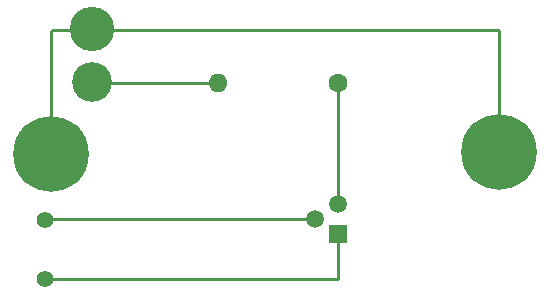
<source format=gbr>
%TF.GenerationSoftware,KiCad,Pcbnew,7.0.9*%
%TF.CreationDate,2023-11-16T15:57:50+00:00*%
%TF.ProjectId,zx_spectrum_composite_mod,7a785f73-7065-4637-9472-756d5f636f6d,0*%
%TF.SameCoordinates,Original*%
%TF.FileFunction,Copper,L1,Top*%
%TF.FilePolarity,Positive*%
%FSLAX46Y46*%
G04 Gerber Fmt 4.6, Leading zero omitted, Abs format (unit mm)*
G04 Created by KiCad (PCBNEW 7.0.9) date 2023-11-16 15:57:50*
%MOMM*%
%LPD*%
G01*
G04 APERTURE LIST*
%TA.AperFunction,ComponentPad*%
%ADD10C,1.600000*%
%TD*%
%TA.AperFunction,ComponentPad*%
%ADD11O,1.600000X1.600000*%
%TD*%
%TA.AperFunction,ComponentPad*%
%ADD12C,6.400000*%
%TD*%
%TA.AperFunction,ComponentPad*%
%ADD13R,1.515000X1.515000*%
%TD*%
%TA.AperFunction,ComponentPad*%
%ADD14C,1.515000*%
%TD*%
%TA.AperFunction,ComponentPad*%
%ADD15C,1.400000*%
%TD*%
%TA.AperFunction,ComponentPad*%
%ADD16C,3.765000*%
%TD*%
%TA.AperFunction,ComponentPad*%
%ADD17C,3.360000*%
%TD*%
%TA.AperFunction,Conductor*%
%ADD18C,0.250000*%
%TD*%
G04 APERTURE END LIST*
D10*
%TO.P,R1,1*%
%TO.N,Net-(Q1-Pad3)*%
X86880000Y-44400000D03*
D11*
%TO.P,R1,2*%
%TO.N,Net-(J1-Pad2)*%
X76720000Y-44400000D03*
%TD*%
D12*
%TO.P,H2,1,1*%
%TO.N,GND*%
X100450000Y-50310000D03*
%TD*%
%TO.P,H1,1,1*%
%TO.N,GND*%
X62540000Y-50460000D03*
%TD*%
D13*
%TO.P,Q1,1*%
%TO.N,Net-(Q1-Pad1)*%
X86890000Y-57250000D03*
D14*
%TO.P,Q1,2*%
%TO.N,Net-(Q1-Pad2)*%
X84890000Y-55980000D03*
%TO.P,Q1,3*%
%TO.N,Net-(Q1-Pad3)*%
X86890000Y-54710000D03*
%TD*%
D15*
%TO.P,TP2,1,1*%
%TO.N,Net-(Q1-Pad1)*%
X62000000Y-61000000D03*
%TD*%
D16*
%TO.P,J1,1,1*%
%TO.N,GND*%
X66015000Y-39850000D03*
D17*
%TO.P,J1,2,2*%
%TO.N,Net-(J1-Pad2)*%
X66015000Y-44350000D03*
%TD*%
D15*
%TO.P,TP1,1,1*%
%TO.N,Net-(Q1-Pad2)*%
X62000000Y-56000000D03*
%TD*%
D18*
%TO.N,GND*%
X62520000Y-40070000D02*
X62540000Y-40090000D01*
X100360000Y-39980000D02*
X100400000Y-39940000D01*
X66220000Y-39980000D02*
X100360000Y-39980000D01*
X62540000Y-40090000D02*
X62540000Y-50460000D01*
X62610000Y-39980000D02*
X62520000Y-40070000D01*
X66220000Y-39980000D02*
X62610000Y-39980000D01*
X100450000Y-39990000D02*
X100450000Y-50310000D01*
X100400000Y-39940000D02*
X100450000Y-39990000D01*
%TO.N,Net-(J1-Pad2)*%
X66000000Y-44400000D02*
X76720000Y-44400000D01*
%TO.N,Net-(Q1-Pad1)*%
X86890000Y-57250000D02*
X86890000Y-61000000D01*
X86880000Y-61010000D02*
X86870000Y-61000000D01*
X86890000Y-61000000D02*
X86880000Y-61010000D01*
X86870000Y-61000000D02*
X62000000Y-61000000D01*
%TO.N,Net-(Q1-Pad3)*%
X86880000Y-54700000D02*
X86890000Y-54710000D01*
X86880000Y-44400000D02*
X86880000Y-54700000D01*
%TO.N,Net-(Q1-Pad2)*%
X62020000Y-55980000D02*
X62000000Y-56000000D01*
X84890000Y-55980000D02*
X62020000Y-55980000D01*
%TD*%
M02*

</source>
